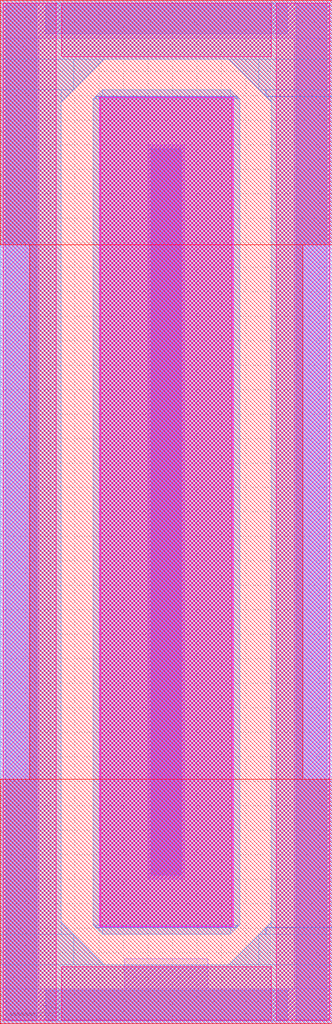
<source format=lef>
# Copyright 2020 The SkyWater PDK Authors
#
# Licensed under the Apache License, Version 2.0 (the "License");
# you may not use this file except in compliance with the License.
# You may obtain a copy of the License at
#
#     https://www.apache.org/licenses/LICENSE-2.0
#
# Unless required by applicable law or agreed to in writing, software
# distributed under the License is distributed on an "AS IS" BASIS,
# WITHOUT WARRANTIES OR CONDITIONS OF ANY KIND, either express or implied.
# See the License for the specific language governing permissions and
# limitations under the License.
#
# SPDX-License-Identifier: Apache-2.0

VERSION 5.7 ;
  NOWIREEXTENSIONATPIN ON ;
  DIVIDERCHAR "/" ;
  BUSBITCHARS "[]" ;
MACRO sky130_fd_pr__esd_rf_nfet_20v0_hbm_32vW60p00
  CLASS BLOCK ;
  FOREIGN sky130_fd_pr__esd_rf_nfet_20v0_hbm_32vW60p00 ;
  ORIGIN  6.040000  5.910000 ;
  SIZE  13.58000 BY  41.82000 ;
  OBS
    LAYER li1 ;
      RECT -6.040000 -5.910000  7.540000 -4.470000 ;
      RECT -6.040000 -4.470000 -4.480000 34.350000 ;
      RECT -6.040000 34.350000  7.540000 35.910000 ;
      RECT -0.950000 -4.470000  2.445000 -3.255000 ;
      RECT -0.945000 -3.255000  2.445000 -3.245000 ;
      RECT  0.000000  0.000000  1.500000 30.000000 ;
      RECT  5.980000 -4.470000  7.540000 34.350000 ;
    LAYER mcon ;
      RECT -5.810000 -5.785000 -4.560000 35.785000 ;
      RECT -4.195000 -5.785000  5.695000 -4.535000 ;
      RECT -4.195000 34.535000  5.695000 35.785000 ;
      RECT  0.125000  0.155000  1.375000 29.845000 ;
      RECT  6.060000 -5.785000  7.310000 35.785000 ;
    LAYER met1 ;
      POLYGON -3.545000 -1.740000 -3.035000 -2.250000 -3.545000 -2.250000 ;
      POLYGON -3.545000 32.250000 -3.035000 32.250000 -3.545000 31.740000 ;
      POLYGON -3.035000 -2.250000 -1.785000 -3.500000 -3.035000 -3.500000 ;
      POLYGON -3.035000 33.500000 -1.785000 33.500000 -3.035000 32.250000 ;
      POLYGON -2.245000 -1.870000 -2.155000 -1.870000 -2.155000 -1.960000 ;
      POLYGON -2.155000 -1.960000 -1.865000 -1.960000 -1.865000 -2.250000 ;
      POLYGON -2.155000 31.960000 -2.155000 31.870000 -2.245000 31.870000 ;
      POLYGON -1.865000 32.250000 -1.865000 31.960000 -2.155000 31.960000 ;
      POLYGON  3.290000 33.500000  4.540000 33.500000  4.540000 32.250000 ;
      POLYGON  3.370000 -1.960000  3.660000 -1.960000  3.370000 -2.250000 ;
      POLYGON  3.370000 32.250000  3.660000 31.960000  3.370000 31.960000 ;
      POLYGON  3.660000 -1.870000  3.750000 -1.870000  3.660000 -1.960000 ;
      POLYGON  3.660000 31.960000  3.750000 31.870000  3.660000 31.870000 ;
      POLYGON  4.540000 -2.250000  4.540000 -3.500000  3.290000 -3.500000 ;
      POLYGON  4.540000 32.250000  4.830000 32.250000  4.830000 31.960000 ;
      POLYGON  4.830000 -1.960000  4.830000 -2.250000  4.540000 -2.250000 ;
      POLYGON  4.830000 31.960000  5.050000 31.960000  5.050000 31.740000 ;
      POLYGON  5.050000 -1.740000  5.050000 -1.960000  4.830000 -1.960000 ;
      RECT -6.040000 -5.910000  7.540000 -3.500000 ;
      RECT -6.040000 -3.500000 -3.035000 -2.250000 ;
      RECT -6.040000 -2.250000 -3.545000 32.250000 ;
      RECT -6.040000 32.250000 -3.035000 33.500000 ;
      RECT -6.040000 33.500000  7.540000 35.910000 ;
      RECT -2.245000 -1.870000  3.750000 31.870000 ;
      RECT -2.155000 -1.960000  3.660000 -1.870000 ;
      RECT -2.155000 31.870000  3.660000 31.960000 ;
      RECT -1.865000 -2.250000  3.370000 -1.960000 ;
      RECT -1.865000 31.960000  3.370000 32.250000 ;
      RECT  4.540000 -3.500000  7.540000 -2.250000 ;
      RECT  4.540000 32.250000  7.540000 33.500000 ;
      RECT  4.830000 -2.250000  7.540000 -1.960000 ;
      RECT  4.830000 31.960000  7.540000 32.250000 ;
      RECT  5.050000 -1.960000  7.540000 31.960000 ;
    LAYER met2 ;
      POLYGON -3.545000 -1.740000 -3.035000 -2.250000 -3.545000 -2.250000 ;
      POLYGON -3.545000 32.250000 -3.035000 32.250000 -3.545000 31.740000 ;
      POLYGON -3.035000 -2.250000 -1.785000 -3.500000 -3.035000 -3.500000 ;
      POLYGON -3.035000 33.500000 -1.785000 33.500000 -3.035000 32.250000 ;
      POLYGON -2.245000 -1.870000 -2.130000 -1.870000 -2.130000 -1.985000 ;
      POLYGON -2.130000 -1.985000 -1.865000 -1.985000 -1.865000 -2.250000 ;
      POLYGON -2.130000 31.985000 -2.130000 31.870000 -2.245000 31.870000 ;
      POLYGON -1.865000 32.250000 -1.865000 31.985000 -2.130000 31.985000 ;
      POLYGON  3.290000 33.500000  4.540000 33.500000  4.540000 32.250000 ;
      POLYGON  3.370000 -1.985000  3.635000 -1.985000  3.370000 -2.250000 ;
      POLYGON  3.370000 32.250000  3.635000 31.985000  3.370000 31.985000 ;
      POLYGON  3.635000 -1.870000  3.750000 -1.870000  3.635000 -1.985000 ;
      POLYGON  3.635000 31.985000  3.750000 31.870000  3.635000 31.870000 ;
      POLYGON  4.540000 -2.250000  4.540000 -3.500000  3.290000 -3.500000 ;
      POLYGON  4.540000 32.250000  4.805000 32.250000  4.805000 31.985000 ;
      POLYGON  4.805000 -1.985000  4.805000 -2.250000  4.540000 -2.250000 ;
      POLYGON  4.805000 31.985000  5.050000 31.985000  5.050000 31.740000 ;
      POLYGON  5.050000 -1.740000  5.050000 -1.985000  4.805000 -1.985000 ;
      RECT -6.040000 -5.910000  7.540000 -3.500000 ;
      RECT -6.040000 -3.500000 -3.035000 -2.250000 ;
      RECT -6.040000 -2.250000 -3.545000 32.250000 ;
      RECT -6.040000 32.250000 -3.035000 33.500000 ;
      RECT -6.040000 33.500000  7.540000 35.910000 ;
      RECT -2.245000 -1.870000  3.750000 31.870000 ;
      RECT -2.130000 -1.985000  3.635000 -1.870000 ;
      RECT -2.130000 31.870000  3.635000 31.985000 ;
      RECT -1.865000 -2.250000  3.370000 -1.985000 ;
      RECT -1.865000 31.985000  3.370000 32.250000 ;
      RECT  4.540000 -3.500000  7.540000 -2.250000 ;
      RECT  4.540000 32.250000  7.540000 33.500000 ;
      RECT  4.805000 -2.250000  7.540000 -1.985000 ;
      RECT  4.805000 31.985000  7.540000 32.250000 ;
      RECT  5.050000 -1.985000  7.540000 31.985000 ;
    LAYER met3 ;
      RECT -6.040000 -5.910000 7.540000  4.090000 ;
      RECT -6.040000 25.910000 7.540000 35.910000 ;
      RECT -4.840000  4.090000 6.340000 25.910000 ;
    LAYER via ;
      RECT -5.930000 -5.760000 -3.750000 35.780000 ;
      RECT -3.540000 -5.760000  5.040000 -3.580000 ;
      RECT -3.540000 33.600000  5.040000 35.780000 ;
      RECT -1.940000 -1.930000  3.440000 31.930000 ;
      RECT  5.250000 -5.760000  7.430000 35.780000 ;
    LAYER via2 ;
      RECT -1.985000 -1.940000 3.495000 31.940000 ;
  END
END sky130_fd_pr__esd_rf_nfet_20v0_hbm_32vW60p00
END LIBRARY

</source>
